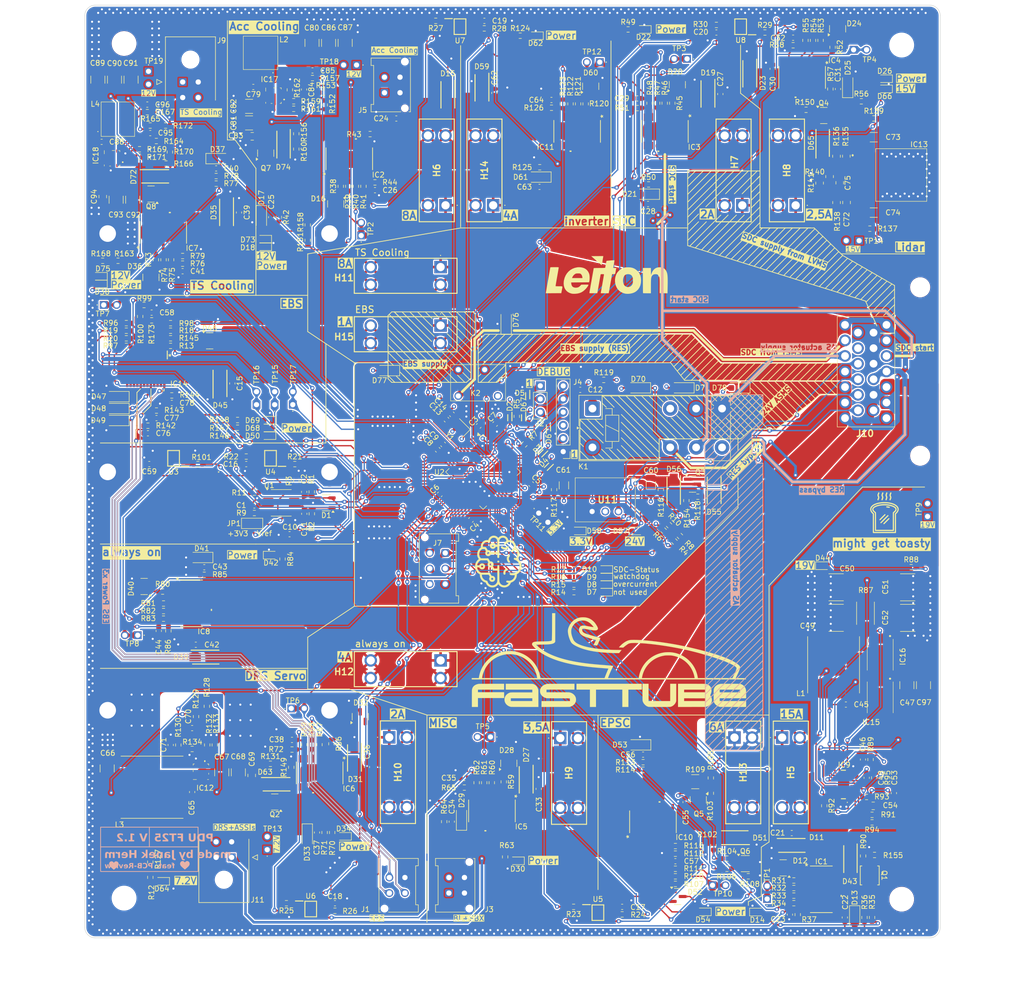
<source format=kicad_pcb>
(kicad_pcb
	(version 20240108)
	(generator "pcbnew")
	(generator_version "8.0")
	(general
		(thickness 1.6)
		(legacy_teardrops no)
	)
	(paper "A3")
	(title_block
		(title "PDU FT25")
		(date "2025-01-15")
		(rev "V1.2")
		(company "Janek Herm")
		(comment 1 "FasTTUBe Electronics")
	)
	(layers
		(0 "F.Cu" signal)
		(1 "In1.Cu" power)
		(2 "In2.Cu" signal)
		(31 "B.Cu" mixed)
		(32 "B.Adhes" user "B.Adhesive")
		(33 "F.Adhes" user "F.Adhesive")
		(34 "B.Paste" user)
		(35 "F.Paste" user)
		(36 "B.SilkS" user "B.Silkscreen")
		(37 "F.SilkS" user "F.Silkscreen")
		(38 "B.Mask" user)
		(39 "F.Mask" user)
		(40 "Dwgs.User" user "User.Drawings")
		(41 "Cmts.User" user "User.Comments")
		(42 "Eco1.User" user "User.Eco1")
		(43 "Eco2.User" user "User.Eco2")
		(44 "Edge.Cuts" user)
		(45 "Margin" user)
		(46 "B.CrtYd" user "B.Courtyard")
		(47 "F.CrtYd" user "F.Courtyard")
		(48 "B.Fab" user)
		(49 "F.Fab" user)
		(50 "User.1" user)
		(51 "User.2" user)
		(52 "User.3" user)
		(53 "User.4" user)
		(54 "User.5" user)
		(55 "User.6" user)
		(56 "User.7" user)
		(57 "User.8" user)
		(58 "User.9" user)
	)
	(setup
		(stackup
			(layer "F.SilkS"
				(type "Top Silk Screen")
			)
			(layer "F.Paste"
				(type "Top Solder Paste")
			)
			(layer "F.Mask"
				(type "Top Solder Mask")
				(thickness 0.01)
			)
			(layer "F.Cu"
				(type "copper")
				(thickness 0.035)
			)
			(layer "dielectric 1"
				(type "prepreg")
				(thickness 0.1)
				(material "FR4")
				(epsilon_r 4.5)
				(loss_tangent 0.02)
			)
			(layer "In1.Cu"
				(type "copper")
				(thickness 0.035)
			)
			(layer "dielectric 2"
				(type "core")
				(thickness 1.24)
				(material "FR4")
				(epsilon_r 4.5)
				(loss_tangent 0.02)
			)
			(layer "In2.Cu"
				(type "copper")
				(thickness 0.035)
			)
			(layer "dielectric 3"
				(type "prepreg")
				(thickness 0.1)
				(material "FR4")
				(epsilon_r 4.5)
				(loss_tangent 0.02)
			)
			(layer "B.Cu"
				(type "copper")
				(thickness 0.035)
			)
			(layer "B.Mask"
				(type "Bottom Solder Mask")
				(thickness 0.01)
			)
			(layer "B.Paste"
				(type "Bottom Solder Paste")
			)
			(layer "B.SilkS"
				(type "Bottom Silk Screen")
			)
			(copper_finish "None")
			(dielectric_constraints no)
		)
		(pad_to_mask_clearance 0)
		(allow_soldermask_bridges_in_footprints no)
		(pcbplotparams
			(layerselection 0x00010fc_ffffffff)
			(plot_on_all_layers_selection 0x0000000_00000000)
			(disableapertmacros no)
			(usegerberextensions no)
			(usegerberattributes yes)
			(usegerberadvancedattributes yes)
			(creategerberjobfile yes)
			(dashed_line_dash_ratio 12.000000)
			(dashed_line_gap_ratio 3.000000)
			(svgprecision 4)
			(plotframeref no)
			(viasonmask no)
			(mode 1)
			(useauxorigin no)
			(hpglpennumber 1)
			(hpglpenspeed 20)
			(hpglpendiameter 15.000000)
			(pdf_front_fp_property_popups yes)
			(pdf_back_fp_property_popups yes)
			(dxfpolygonmode yes)
			(dxfimperialunits yes)
			(dxfusepcbnewfont yes)
			(psnegative no)
			(psa4output no)
			(plotreference yes)
			(plotvalue yes)
			(plotfptext yes)
			(plotinvisibletext no)
			(sketchpadsonfab no)
			(subtractmaskfromsilk no)
			(outputformat 1)
			(mirror no)
			(drillshape 1)
			(scaleselection 1)
			(outputdirectory "")
		)
	)
	(net 0 "")
	(net 1 "GND")
	(net 2 "+3V3")
	(net 3 "stdCAN_H")
	(net 4 "/MCU/Vref")
	(net 5 "stdCAN_L")
	(net 6 "/MCU/NRST")
	(net 7 "Net-(D11-A2)")
	(net 8 "/powerstages/P_Out6a")
	(net 9 "/powerstages/IS4")
	(net 10 "Net-(D15-A2)")
	(net 11 "/connectors/P_Out1")
	(net 12 "/powerstages/IS1")
	(net 13 "Net-(D19-A2)")
	(net 14 "/powerstages/IS10")
	(net 15 "Net-(D23-A2)")
	(net 16 "/powerstages/P_Out9a")
	(net 17 "/powerstages/IS7")
	(net 18 "Net-(D27-A2)")
	(net 19 "/connectors/P_Out8")
	(net 20 "/powerstages/IS8")
	(net 21 "Net-(D31-A2)")
	(net 22 "/powerstages/P_Out5a")
	(net 23 "/powerstages/IS3")
	(net 24 "Net-(D35-A2)")
	(net 25 "/connectors/P_Out2")
	(net 26 "/powerstages/IS2")
	(net 27 "Net-(D39-A2)")
	(net 28 "/connectors/P_Out9")
	(net 29 "/powerstages/IS9")
	(net 30 "Net-(IC9-CBOOT)")
	(net 31 "Net-(IC9-SW)")
	(net 32 "Net-(IC9-VCC)")
	(net 33 "Net-(D43-K)")
	(net 34 "Net-(IC9-PFM{slash}SYNC)")
	(net 35 "/connectors/P_Out4")
	(net 36 "Net-(C53-Pad2)")
	(net 37 "Net-(IC9-EXTCOMP)")
	(net 38 "Net-(D51-A2)")
	(net 39 "/connectors/P_Out5")
	(net 40 "/powerstages/IS5")
	(net 41 "Net-(D56-K)")
	(net 42 "Net-(D59-A2)")
	(net 43 "/connectors/P_Out6")
	(net 44 "/powerstages/IS6")
	(net 45 "Net-(IC12-SW)")
	(net 46 "Net-(IC12-BOOT)")
	(net 47 "/connectors/P_Out3")
	(net 48 "Net-(D63-K)")
	(net 49 "Net-(IC12-FB)")
	(net 50 "Net-(IC12-SS)")
	(net 51 "/connectors/P_Out7")
	(net 52 "Net-(IC13-FB)")
	(net 53 "Net-(D65-K)")
	(net 54 "Net-(IC13-SS)")
	(net 55 "/MCU/SWCLK")
	(net 56 "/MCU/SWDIO")
	(net 57 "/MCU/UART_RX")
	(net 58 "/MCU/UART_TX")
	(net 59 "Net-(D7-A)")
	(net 60 "Net-(D8-A)")
	(net 61 "Net-(D9-A)")
	(net 62 "Net-(D10-A)")
	(net 63 "Net-(D12-A)")
	(net 64 "unconnected-(D12-NC-Pad2)")
	(net 65 "Net-(D14-A)")
	(net 66 "Net-(D16-A)")
	(net 67 "unconnected-(D16-NC-Pad2)")
	(net 68 "Net-(D18-A)")
	(net 69 "Net-(D20-A)")
	(net 70 "unconnected-(D20-NC-Pad2)")
	(net 71 "Net-(D22-A)")
	(net 72 "Net-(D24-A)")
	(net 73 "unconnected-(D24-NC-Pad2)")
	(net 74 "Net-(D26-A)")
	(net 75 "Net-(D28-A)")
	(net 76 "unconnected-(D28-NC-Pad2)")
	(net 77 "Net-(D30-A)")
	(net 78 "unconnected-(D32-NC-Pad2)")
	(net 79 "Net-(D32-A)")
	(net 80 "Net-(D34-A)")
	(net 81 "Net-(D36-A)")
	(net 82 "unconnected-(D36-NC-Pad2)")
	(net 83 "Net-(D38-A)")
	(net 84 "unconnected-(D40-NC-Pad2)")
	(net 85 "Net-(D40-A)")
	(net 86 "Net-(D42-A)")
	(net 87 "Net-(D43-A)")
	(net 88 "Net-(D44-A)")
	(net 89 "Net-(D45-A2)")
	(net 90 "/powerstages/IS11")
	(net 91 "/connectors/P_Out12")
	(net 92 "unconnected-(D52-NC-Pad2)")
	(net 93 "Net-(D52-A)")
	(net 94 "Net-(D54-A)")
	(net 95 "Net-(D56-A)")
	(net 96 "Net-(D57-A)")
	(net 97 "Net-(D58-A)")
	(net 98 "unconnected-(D60-NC-Pad2)")
	(net 99 "Net-(D60-A)")
	(net 100 "Net-(D62-A)")
	(net 101 "Net-(D63-A)")
	(net 102 "Net-(D64-A)")
	(net 103 "Net-(D65-A)")
	(net 104 "Net-(D66-A)")
	(net 105 "/connectors/P_Out11")
	(net 106 "/connectors/P_Out10")
	(net 107 "Net-(D46-A)")
	(net 108 "+24V")
	(net 109 "Net-(IC1-IS)")
	(net 110 "Net-(IC1-GND)")
	(net 111 "Net-(IC1-IN)")
	(net 112 "Net-(IC1-DEN)")
	(net 113 "Net-(IC2-IS)")
	(net 114 "Net-(IC2-IN)")
	(net 115 "Net-(IC2-DEN)")
	(net 116 "Net-(IC2-GND)")
	(net 117 "Net-(IC3-IN)")
	(net 118 "Net-(IC3-GND)")
	(net 119 "Net-(IC3-IS)")
	(net 120 "Net-(IC3-DEN)")
	(net 121 "Net-(IC4-IN)")
	(net 122 "Net-(IC4-GND)")
	(net 123 "Net-(IC4-IS)")
	(net 124 "Net-(IC4-DEN)")
	(net 125 "Net-(IC5-GND)")
	(net 126 "Net-(IC5-DEN)")
	(net 127 "Net-(IC5-IS)")
	(net 128 "Net-(IC5-IN)")
	(net 129 "Net-(IC6-GND)")
	(net 130 "Net-(IC6-IN)")
	(net 131 "Net-(IC6-DEN)")
	(net 132 "Net-(IC6-IS)")
	(net 133 "Net-(IC7-IN)")
	(net 134 "Net-(IC7-IS)")
	(net 135 "Net-(IC7-GND)")
	(net 136 "Net-(IC7-DEN)")
	(net 137 "Net-(IC8-IN)")
	(net 138 "Net-(IC8-IS)")
	(net 139 "Net-(IC8-GND)")
	(net 140 "Net-(IC8-DEN)")
	(net 141 "Net-(IC9-CNFG)")
	(net 142 "Net-(IC9-PG{slash}SYNCOUT)")
	(net 143 "Net-(IC9-RT)")
	(net 144 "Net-(IC9-ISNS+)")
	(net 145 "Net-(IC9-HO)")
	(net 146 "Net-(IC9-LO)")
	(net 147 "Net-(IC9-FB)")
	(net 148 "Net-(IC10-IS)")
	(net 149 "Net-(IC10-IN)")
	(net 150 "Net-(IC10-DEN)")
	(net 151 "Net-(IC10-GND)")
	(net 152 "Net-(IC11-DEN)")
	(net 153 "Net-(IC11-IS)")
	(net 154 "Net-(IC11-IN)")
	(net 155 "Net-(IC11-GND)")
	(net 156 "Net-(IC12-PG)")
	(net 157 "Net-(IC12-MODE)")
	(net 158 "Net-(IC12-EN)")
	(net 159 "Net-(IC13-RON)")
	(net 160 "Net-(IC13-EN)")
	(net 161 "/MCU/SWO")
	(net 162 "FDCAN_H")
	(net 163 "FDCAN_L")
	(net 164 "/RBR/SDC bypass")
	(net 165 "24V ASMS")
	(net 166 "Net-(JP1-C)")
	(net 167 "unconnected-(K1-Pad12)")
	(net 168 "unconnected-(K1-Pad24)")
	(net 169 "Net-(K1-PadA1)")
	(net 170 "unconnected-(D46-NC-Pad2)")
	(net 171 "Net-(IC14-DSEL1)")
	(net 172 "Net-(Q5-D)")
	(net 173 "Net-(Q5-G)")
	(net 174 "Net-(Q6-G)")
	(net 175 "Net-(Q6-D)")
	(net 176 "Net-(U1-Rs)")
	(net 177 "Net-(U2-PA0)")
	(net 178 "Net-(U2-BOOT0)")
	(net 179 "Net-(U2-PC0)")
	(net 180 "Net-(U2-PA11)")
	(net 181 "/MCU/CAN_RX")
	(net 182 "/MCU/CAN_TX")
	(net 183 "Net-(U2-PA12)")
	(net 184 "unconnected-(U2-PB7-Pad59)")
	(net 185 "unconnected-(U2-PA15-Pad50)")
	(net 186 "/MCU/STATUS_LED1")
	(net 187 "/MCU/STATUS_LED2")
	(net 188 "/MCU/STATUS_LED3")
	(net 189 "/MCU/STATUS_LED4")
	(net 190 "Net-(R12-Pad1)")
	(net 191 "Net-(U4A--)")
	(net 192 "/MCU/ISENSE1")
	(net 193 "Net-(U4B--)")
	(net 194 "/MCU/ISENSE2")
	(net 195 "/MCU/ISENSE3")
	(net 196 "Net-(U5A--)")
	(net 197 "Net-(U5B--)")
	(net 198 "/MCU/ISENSE4")
	(net 199 "/MCU/ISENSE5")
	(net 200 "Net-(U6A--)")
	(net 201 "Net-(U6B--)")
	(net 202 "/MCU/ISENSE6")
	(net 203 "/MCU/ISENSE7")
	(net 204 "Net-(U7A--)")
	(net 205 "Net-(U7B--)")
	(net 206 "/MCU/ISENSE8")
	(net 207 "/MCU/ISENSE9")
	(net 208 "Net-(U8A--)")
	(net 209 "Net-(U8B--)")
	(net 210 "/MCU/ISENSE10")
	(net 211 "/MCU/IN4")
	(net 212 "/MCU/IN1")
	(net 213 "/MCU/IN10")
	(net 214 "/MCU/IN7")
	(net 215 "/MCU/IN8")
	(net 216 "/MCU/IN3")
	(net 217 "/MCU/IN2")
	(net 218 "/MCU/IN9")
	(net 219 "/MCU/IN11")
	(net 220 "/MCU/IN12")
	(net 221 "/MCU/IN13")
	(net 222 "/MCU/PC_Read")
	(net 223 "/MCU/PC_EN")
	(net 224 "/MCU/IN5")
	(net 225 "/MCU/IN6")
	(net 226 "/MCU/XTAL_OUT")
	(net 227 "unconnected-(U2-PC5-Pad25)")
	(net 228 "Net-(IC14-GND)")
	(net 229 "unconnected-(U2-PC12-Pad53)")
	(net 230 "Net-(IC14-DEN)")
	(net 231 "Net-(IC14-IN2)")
	(net 232 "/MCU/XTAL_IN")
	(net 233 "unconnected-(U2-PD2-Pad54)")
	(net 234 "unconnected-(IC14-OUT3-Pad13)")
	(net 235 "Net-(IC14-IN0)")
	(net 236 "Net-(IC14-IN3)")
	(net 237 "Net-(IC14-DSEL0)")
	(net 238 "Net-(IC14-IN1)")
	(net 239 "Net-(IC14-IS)")
	(net 240 "/MCU/DSEL0")
	(net 241 "/MCU/DSEL1")
	(net 242 "Net-(U3A--)")
	(net 243 "/MCU/ISENSE11")
	(net 244 "Net-(U3B--)")
	(net 245 "unconnected-(IC9-NC_1-Pad1)")
	(net 246 "unconnected-(IC9-NC_2-Pad2)")
	(net 247 "unconnected-(IC9-NC_4-Pad23)")
	(net 248 "unconnected-(IC9-NC_3-Pad22)")
	(net 249 "unconnected-(IC9-NC_5-Pad24)")
	(net 250 "Net-(D50-A)")
	(net 251 "Net-(D68-A)")
	(net 252 "Net-(D69-A)")
	(net 253 "/connectors/P_Out14")
	(net 254 "/connectors/P_Out13")
	(net 255 "Net-(IC17-SW)")
	(net 256 "Net-(IC17-BOOT)")
	(net 257 "Net-(D72-K)")
	(net 258 "Net-(IC17-FB)")
	(net 259 "Net-(IC17-SS)")
	(net 260 "Net-(IC18-BOOT)")
	(net 261 "Net-(IC18-SW)")
	(net 262 "Net-(D74-K)")
	(net 263 "Net-(IC18-FB)")
	(net 264 "Net-(IC18-SS)")
	(net 265 "Net-(D72-A)")
	(net 266 "Net-(D73-A)")
	(net 267 "Net-(D74-A)")
	(net 268 "Net-(D75-A)")
	(net 269 "Net-(IC17-PG)")
	(net 270 "Net-(IC17-MODE)")
	(net 271 "Net-(IC17-EN)")
	(net 272 "Net-(IC18-PG)")
	(net 273 "Net-(IC18-MODE)")
	(net 274 "Net-(IC18-EN)")
	(net 275 "Net-(R151-Pad2)")
	(net 276 "Net-(R163-Pad2)")
	(net 277 "EBS supply")
	(net 278 "AS actuator supply")
	(net 279 "unconnected-(IC1-NC-Pad7)")
	(net 280 "unconnected-(IC1-NC-Pad1)")
	(net 281 "unconnected-(IC1-NC-Pad14)")
	(net 282 "unconnected-(IC1-NC-Pad8)")
	(net 283 "unconnected-(IC1-NC-Pad9)")
	(net 284 "unconnected-(IC1-NC-Pad13)")
	(net 285 "unconnected-(IC1-NC-Pad2)")
	(net 286 "unconnected-(IC2-NC-Pad2)")
	(net 287 "unconnected-(IC2-NC-Pad7)")
	(net 288 "unconnected-(IC2-NC-Pad8)")
	(net 289 "unconnected-(IC2-NC-Pad14)")
	(net 290 "unconnected-(IC2-NC-Pad1)")
	(net 291 "unconnected-(IC2-NC-Pad9)")
	(net 292 "unconnected-(IC2-NC-Pad13)")
	(net 293 "unconnected-(IC3-NC-Pad8)")
	(net 294 "unconnected-(IC3-NC-Pad1)")
	(net 295 "unconnected-(IC3-NC-Pad7)")
	(net 296 "unconnected-(IC3-NC-Pad14)")
	(net 297 "unconnected-(IC3-NC-Pad13)")
	(net 298 "unconnected-(IC3-NC-Pad9)")
	(net 299 "unconnected-(IC3-NC-Pad2)")
	(net 300 "unconnected-(IC4-NC-Pad2)")
	(net 301 "unconnected-(IC4-NC-Pad1)")
	(net 302 "unconnected-(IC4-NC-Pad13)")
	(net 303 "unconnected-(IC4-NC-Pad7)")
	(net 304 "unconnected-(IC4-NC-Pad9)")
	(net 305 "unconnected-(IC4-NC-Pad8)")
	(net 306 "unconnected-(IC4-NC-Pad14)")
	(net 307 "unconnected-(IC5-NC-Pad1)")
	(net 308 "unconnected-(IC5-NC-Pad8)")
	(net 309 "unconnected-(IC5-NC-Pad9)")
	(net 310 "unconnected-(IC5-NC-Pad14)")
	(net 311 "unconnected-(IC5-NC-Pad13)")
	(net 312 "unconnected-(IC5-NC-Pad2)")
	(net 313 "unconnected-(IC5-NC-Pad7)")
	(net 314 "unconnected-(IC6-NC-Pad14)")
	(net 315 "unconnected-(IC6-NC-Pad2)")
	(net 316 "unconnected-(IC6-NC-Pad7)")
	(net 317 "unconnected-(IC6-NC-Pad1)")
	(net 318 "unconnected-(IC6-NC-Pad9)")
	(net 319 "unconnected-(IC6-NC-Pad8)")
	(net 320 "unconnected-(IC6-NC-Pad13)")
	(net 321 "unconnected-(IC7-NC-Pad1)")
	(net 322 "unconnected-(IC7-NC-Pad9)")
	(net 323 "unconnected-(IC7-NC-Pad14)")
	(net 324 "unconnected-(IC7-NC-Pad13)")
	(net 325 "unconnected-(IC7-NC-Pad7)")
	(net 326 "unconnected-(IC7-NC-Pad8)")
	(net 327 "unconnected-(IC7-NC-Pad2)")
	(net 328 "unconnected-(IC8-NC-Pad7)")
	(net 329 "unconnected-(IC8-NC-Pad14)")
	(net 330 "unconnected-(IC8-NC-Pad9)")
	(net 331 "unconnected-(IC8-NC-Pad1)")
	(net 332 "unconnected-(IC8-NC-Pad13)")
	(net 333 "unconnected-(IC8-NC-Pad2)")
	(net 334 "unconnected-(IC8-NC-Pad8)")
	(net 335 "unconnected-(IC10-NC-Pad14)")
	(net 336 "unconnected-(IC10-NC-Pad8)")
	(net 337 "unconnected-(IC10-NC-Pad13)")
	(net 338 "unconnected-(IC10-NC-Pad9)")
	(net 339 "unconnected-(IC10-NC-Pad1)")
	(net 340 "unconnected-(IC10-NC-Pad7)")
	(net 341 "unconnected-(IC10-NC-Pad2)")
	(net 342 "unconnected-(IC11-NC-Pad1)")
	(net 343 "unconnected-(IC11-NC-Pad13)")
	(net 344 "unconnected-(IC11-NC-Pad2)")
	(net 345 "unconnected-(IC11-NC-Pad7)")
	(net 346 "unconnected-(IC11-NC-Pad9)")
	(net 347 "unconnected-(IC11-NC-Pad8)")
	(net 348 "unconnected-(IC11-NC-Pad14)")
	(net 349 "unconnected-(IC14-NC-Pad21)")
	(net 350 "unconnected-(IC14-NC-Pad19)")
	(net 351 "unconnected-(IC14-NC-Pad15)")
	(net 352 "unconnected-(IC14-NC-Pad18)")
	(net 353 "unconnected-(IC14-NC-Pad23)")
	(net 354 "unconnected-(IC14-NC-Pad22)")
	(net 355 "unconnected-(IC14-NC-Pad14)")
	(net 356 "unconnected-(IC14-NC-Pad12)")
	(net 357 "unconnected-(IC14-NC-Pad1)")
	(net 358 "unconnected-(IC14-NC-Pad16)")
	(net 359 "/EBSR/EBS power")
	(net 360 "unconnected-(U2-PC14-Pad3)")
	(net 361 "unconnected-(U2-PC15-Pad4)")
	(net 362 "unconnected-(U2-PC13-Pad2)")
	(net 363 "Net-(R100-Pad1)")
	(net 364 "/RBR/RES")
	(net 365 "TSMS SDC")
	(net 366 "unconnected-(J10-Pin_12-Pad12)")
	(net 367 "unconnected-(IC14-NC-Pad3)")
	(net 368 "unconnected-(U2-PB0-Pad26)")
	(footprint "5025:5025" (layer "F.Cu") (at 165.32 98.46 90))
	(footprint "Resistor_SMD:R_0603_1608Metric" (layer "F.Cu") (at 161.375 88.955 90))
	(footprint "Resistor_SMD:R_0603_1608Metric" (layer "F.Cu") (at 128.645 103.135 -90))
	(footprint "Capacitor_SMD:C_1210_3225Metric" (layer "F.Cu") (at 162.225 61.275 90))
	(footprint "BTT6010-1ERB:SOIC14_BTT6010-1ERB_INF" (layer "F.Cu") (at 163.019 83.649799 90))
	(footprint "824501241:DIOM5127X250N" (layer "F.Cu") (at 139.345 93.995 -90))
	(footprint "Resistor_SMD:R_0603_1608Metric" (layer "F.Cu") (at 122.555 83.275))
	(footprint "Package_TO_SOT_SMD:SOT-23" (layer "F.Cu") (at 124.75 106.535 -90))
	(footprint "Package_TO_SOT_SMD:SOT-23" (layer "F.Cu") (at 165.14 191.314998 90))
	(footprint "Resistor_SMD:R_0603_1608Metric" (layer "F.Cu") (at 135.615001 196.775 90))
	(footprint "Resistor_SMD:R_0603_1608Metric" (layer "F.Cu") (at 155.915 68.065))
	(footprint "Capacitor_SMD:C_1210_3225Metric" (layer "F.Cu") (at 143.685 76.725 180))
	(footprint "5025:5025" (layer "F.Cu") (at 122.206643 175.605057 180))
	(footprint "Resistor_SMD:R_0603_1608Metric" (layer "F.Cu") (at 150.135001 160.895 90))
	(footprint "Resistor_SMD:R_0603_1608Metric" (layer "F.Cu") (at 135.545001 189.315 -90))
	(footprint "LED_SMD:LED_0603_1608Metric" (layer "F.Cu") (at 266.295 70.155 180))
	(footprint "Package_TO_SOT_SMD:SOT-23" (layer "F.Cu") (at 123.441642 166.195058 180))
	(footprint "brain:heart" (layer "F.Cu") (at 117.6 220.05))
	(footprint "Resistor_SMD:R_0603_1608Metric" (layer "F.Cu") (at 127.585 77.225))
	(footprint "ESD321DYAR:SODFL1608X77N" (layer "F.Cu") (at 193.99 133.625 -90))
	(footprint "Diode_SMD:D_SOD-123F" (layer "F.Cu") (at 218.94 127.854999 180))
	(footprint "5025:5025" (layer "F.Cu") (at 147.190001 216.99 90))
	(footprint "Resistor_SMD:R_0603_1608Metric" (layer "F.Cu") (at 147.805 200.415))
	(footprint "5025:5025" (layer "F.Cu") (at 261.38 99.44 180))
	(footprint "MountingHole:MountingHole_3.2mm_M3_DIN965_Pad" (layer "F.Cu") (at 116.41 144.08 -90))
	(footprint "Resistor_SMD:R_0603_1608Metric" (layer "F.Cu") (at 254.645 208.515 -90))
	(footprint "Resistor_SMD:R_0603_1608Metric" (layer "F.Cu") (at 264.205001 75.855))
	(footprint "Capacitor_SMD:C_0603_1608Metric" (layer "F.Cu") (at 156.795 213.675001 -90))
	(footprint "Resistor_SMD:R_0603_1608Metric" (layer "F.Cu") (at 120.005477 118.297452))
	(footprint "MountingHole:MountingHole_4.3mm_M4" (layer "F.Cu") (at 119.575 226.345))
	(footprint "Capacitor_SMD:C_1210_3225Metric" (layer "F.Cu") (at 138.414747 202.063428 90))
	(footprint "Diode_SMD:D_SOD-123F" (layer "F.Cu") (at 146.065 94.88 -90))
	(footprint "Capacitor_SMD:C_0603_1608Metric" (layer "F.Cu") (at 185.205 203.145 180))
	(footprint "Resistor_SMD:R_0603_1608Metric"
		(layer "F.Cu")
		(uuid "14a6828f-2088-46c0-b459-bd10fcd1be72")
		(at 225.925 220.675)
		(descr "Resistor SMD 0603 (1608 Metric), square (rectangular) end terminal, IPC_7351 nominal, (Body size source: IPC-SM-782 page 72, https://www.pcb-3d.com/wordpress/wp-content/uploads/ipc-sm-782a_amendment_1_and_2.pdf), generated with kicad-footprint-generator")
		(tags "resistor")
		(property "Reference" "R111"
			(at 3.53 -0.05 0)
			(layer "F.SilkS")
			(uuid "9c3ae80e-5131-453a-af57-5eea6c27ff70"
... [9394431 chars truncated]
</source>
